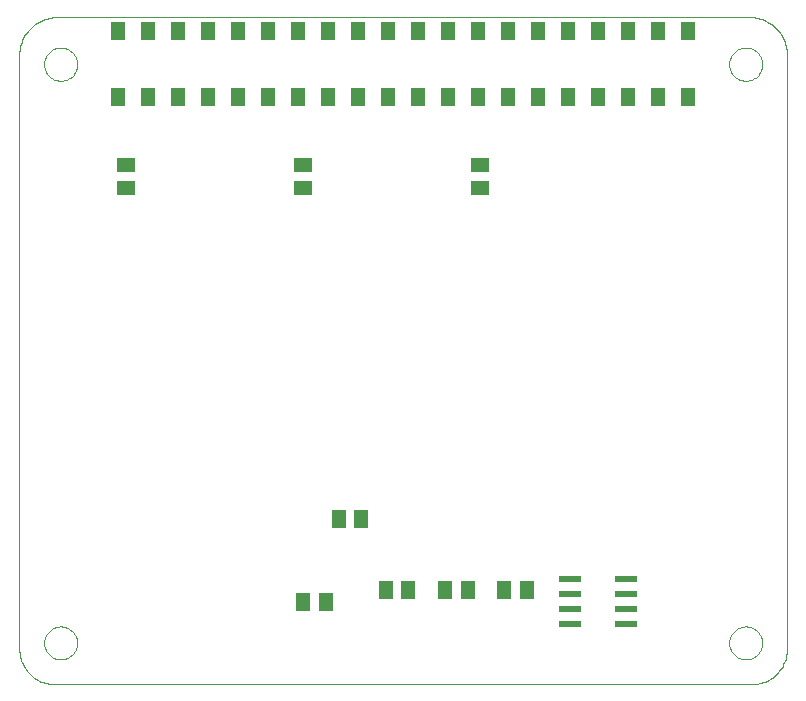
<source format=gbp>
G04 EAGLE Gerber RS-274X export*
G75*
%MOIN*%
%FSLAX34Y34*%
%LPD*%
%INBottom solder paste for stencil*%
%IPPOS*%
%AMOC8*
5,1,8,0,0,1.08239X$1,22.5*%
G01*
%ADD10C,0.000000*%
%ADD11R,0.050000X0.061811*%
%ADD12R,0.059055X0.051181*%
%ADD13R,0.051181X0.059055*%
%ADD14R,0.078000X0.022000*%


D10*
X1181Y0D02*
X24409Y0D01*
X25591Y1181D02*
X25591Y20866D01*
X24409Y22244D02*
X1181Y22244D01*
X0Y20866D02*
X0Y1181D01*
X2Y1115D01*
X7Y1049D01*
X17Y983D01*
X30Y918D01*
X46Y854D01*
X66Y791D01*
X90Y729D01*
X117Y669D01*
X147Y610D01*
X181Y553D01*
X218Y498D01*
X258Y445D01*
X300Y394D01*
X346Y346D01*
X394Y300D01*
X445Y258D01*
X498Y218D01*
X553Y181D01*
X610Y147D01*
X669Y117D01*
X729Y90D01*
X791Y66D01*
X854Y46D01*
X918Y30D01*
X983Y17D01*
X1049Y7D01*
X1115Y2D01*
X1181Y0D01*
X24409Y0D02*
X24475Y2D01*
X24541Y7D01*
X24607Y17D01*
X24672Y30D01*
X24736Y46D01*
X24799Y66D01*
X24861Y90D01*
X24921Y117D01*
X24980Y147D01*
X25037Y181D01*
X25092Y218D01*
X25145Y258D01*
X25196Y300D01*
X25244Y346D01*
X25290Y394D01*
X25332Y445D01*
X25372Y498D01*
X25409Y553D01*
X25443Y610D01*
X25473Y669D01*
X25500Y729D01*
X25524Y791D01*
X25544Y854D01*
X25560Y918D01*
X25573Y983D01*
X25583Y1049D01*
X25588Y1115D01*
X25590Y1181D01*
X25590Y20867D02*
X25594Y20936D01*
X25593Y21005D01*
X25589Y21075D01*
X25581Y21144D01*
X25570Y21212D01*
X25555Y21280D01*
X25536Y21347D01*
X25513Y21413D01*
X25487Y21477D01*
X25458Y21540D01*
X25425Y21601D01*
X25389Y21661D01*
X25350Y21718D01*
X25307Y21773D01*
X25262Y21826D01*
X25214Y21876D01*
X25163Y21924D01*
X25110Y21969D01*
X25055Y22010D01*
X24997Y22049D01*
X24937Y22085D01*
X24876Y22117D01*
X24813Y22146D01*
X24748Y22171D01*
X24682Y22193D01*
X24615Y22211D01*
X24547Y22226D01*
X24479Y22237D01*
X24409Y22244D01*
X1182Y22244D02*
X1112Y22237D01*
X1044Y22226D01*
X976Y22211D01*
X909Y22193D01*
X843Y22171D01*
X778Y22146D01*
X715Y22117D01*
X654Y22085D01*
X594Y22049D01*
X536Y22010D01*
X481Y21969D01*
X428Y21924D01*
X377Y21876D01*
X329Y21826D01*
X284Y21773D01*
X241Y21718D01*
X202Y21661D01*
X166Y21601D01*
X133Y21540D01*
X104Y21477D01*
X78Y21413D01*
X55Y21347D01*
X36Y21280D01*
X21Y21212D01*
X10Y21144D01*
X2Y21075D01*
X-2Y21005D01*
X-3Y20936D01*
X1Y20867D01*
X827Y20669D02*
X829Y20716D01*
X835Y20762D01*
X845Y20808D01*
X858Y20853D01*
X876Y20896D01*
X897Y20938D01*
X921Y20978D01*
X949Y21015D01*
X980Y21050D01*
X1014Y21083D01*
X1050Y21112D01*
X1089Y21138D01*
X1130Y21161D01*
X1173Y21180D01*
X1217Y21196D01*
X1262Y21208D01*
X1308Y21216D01*
X1355Y21220D01*
X1401Y21220D01*
X1448Y21216D01*
X1494Y21208D01*
X1539Y21196D01*
X1583Y21180D01*
X1626Y21161D01*
X1667Y21138D01*
X1706Y21112D01*
X1742Y21083D01*
X1776Y21050D01*
X1807Y21015D01*
X1835Y20978D01*
X1859Y20938D01*
X1880Y20896D01*
X1898Y20853D01*
X1911Y20808D01*
X1921Y20762D01*
X1927Y20716D01*
X1929Y20669D01*
X1927Y20622D01*
X1921Y20576D01*
X1911Y20530D01*
X1898Y20485D01*
X1880Y20442D01*
X1859Y20400D01*
X1835Y20360D01*
X1807Y20323D01*
X1776Y20288D01*
X1742Y20255D01*
X1706Y20226D01*
X1667Y20200D01*
X1626Y20177D01*
X1583Y20158D01*
X1539Y20142D01*
X1494Y20130D01*
X1448Y20122D01*
X1401Y20118D01*
X1355Y20118D01*
X1308Y20122D01*
X1262Y20130D01*
X1217Y20142D01*
X1173Y20158D01*
X1130Y20177D01*
X1089Y20200D01*
X1050Y20226D01*
X1014Y20255D01*
X980Y20288D01*
X949Y20323D01*
X921Y20360D01*
X897Y20400D01*
X876Y20442D01*
X858Y20485D01*
X845Y20530D01*
X835Y20576D01*
X829Y20622D01*
X827Y20669D01*
X23662Y20669D02*
X23664Y20716D01*
X23670Y20762D01*
X23680Y20808D01*
X23693Y20853D01*
X23711Y20896D01*
X23732Y20938D01*
X23756Y20978D01*
X23784Y21015D01*
X23815Y21050D01*
X23849Y21083D01*
X23885Y21112D01*
X23924Y21138D01*
X23965Y21161D01*
X24008Y21180D01*
X24052Y21196D01*
X24097Y21208D01*
X24143Y21216D01*
X24190Y21220D01*
X24236Y21220D01*
X24283Y21216D01*
X24329Y21208D01*
X24374Y21196D01*
X24418Y21180D01*
X24461Y21161D01*
X24502Y21138D01*
X24541Y21112D01*
X24577Y21083D01*
X24611Y21050D01*
X24642Y21015D01*
X24670Y20978D01*
X24694Y20938D01*
X24715Y20896D01*
X24733Y20853D01*
X24746Y20808D01*
X24756Y20762D01*
X24762Y20716D01*
X24764Y20669D01*
X24762Y20622D01*
X24756Y20576D01*
X24746Y20530D01*
X24733Y20485D01*
X24715Y20442D01*
X24694Y20400D01*
X24670Y20360D01*
X24642Y20323D01*
X24611Y20288D01*
X24577Y20255D01*
X24541Y20226D01*
X24502Y20200D01*
X24461Y20177D01*
X24418Y20158D01*
X24374Y20142D01*
X24329Y20130D01*
X24283Y20122D01*
X24236Y20118D01*
X24190Y20118D01*
X24143Y20122D01*
X24097Y20130D01*
X24052Y20142D01*
X24008Y20158D01*
X23965Y20177D01*
X23924Y20200D01*
X23885Y20226D01*
X23849Y20255D01*
X23815Y20288D01*
X23784Y20323D01*
X23756Y20360D01*
X23732Y20400D01*
X23711Y20442D01*
X23693Y20485D01*
X23680Y20530D01*
X23670Y20576D01*
X23664Y20622D01*
X23662Y20669D01*
X827Y1378D02*
X829Y1425D01*
X835Y1471D01*
X845Y1517D01*
X858Y1562D01*
X876Y1605D01*
X897Y1647D01*
X921Y1687D01*
X949Y1724D01*
X980Y1759D01*
X1014Y1792D01*
X1050Y1821D01*
X1089Y1847D01*
X1130Y1870D01*
X1173Y1889D01*
X1217Y1905D01*
X1262Y1917D01*
X1308Y1925D01*
X1355Y1929D01*
X1401Y1929D01*
X1448Y1925D01*
X1494Y1917D01*
X1539Y1905D01*
X1583Y1889D01*
X1626Y1870D01*
X1667Y1847D01*
X1706Y1821D01*
X1742Y1792D01*
X1776Y1759D01*
X1807Y1724D01*
X1835Y1687D01*
X1859Y1647D01*
X1880Y1605D01*
X1898Y1562D01*
X1911Y1517D01*
X1921Y1471D01*
X1927Y1425D01*
X1929Y1378D01*
X1927Y1331D01*
X1921Y1285D01*
X1911Y1239D01*
X1898Y1194D01*
X1880Y1151D01*
X1859Y1109D01*
X1835Y1069D01*
X1807Y1032D01*
X1776Y997D01*
X1742Y964D01*
X1706Y935D01*
X1667Y909D01*
X1626Y886D01*
X1583Y867D01*
X1539Y851D01*
X1494Y839D01*
X1448Y831D01*
X1401Y827D01*
X1355Y827D01*
X1308Y831D01*
X1262Y839D01*
X1217Y851D01*
X1173Y867D01*
X1130Y886D01*
X1089Y909D01*
X1050Y935D01*
X1014Y964D01*
X980Y997D01*
X949Y1032D01*
X921Y1069D01*
X897Y1109D01*
X876Y1151D01*
X858Y1194D01*
X845Y1239D01*
X835Y1285D01*
X829Y1331D01*
X827Y1378D01*
X23662Y1378D02*
X23664Y1425D01*
X23670Y1471D01*
X23680Y1517D01*
X23693Y1562D01*
X23711Y1605D01*
X23732Y1647D01*
X23756Y1687D01*
X23784Y1724D01*
X23815Y1759D01*
X23849Y1792D01*
X23885Y1821D01*
X23924Y1847D01*
X23965Y1870D01*
X24008Y1889D01*
X24052Y1905D01*
X24097Y1917D01*
X24143Y1925D01*
X24190Y1929D01*
X24236Y1929D01*
X24283Y1925D01*
X24329Y1917D01*
X24374Y1905D01*
X24418Y1889D01*
X24461Y1870D01*
X24502Y1847D01*
X24541Y1821D01*
X24577Y1792D01*
X24611Y1759D01*
X24642Y1724D01*
X24670Y1687D01*
X24694Y1647D01*
X24715Y1605D01*
X24733Y1562D01*
X24746Y1517D01*
X24756Y1471D01*
X24762Y1425D01*
X24764Y1378D01*
X24762Y1331D01*
X24756Y1285D01*
X24746Y1239D01*
X24733Y1194D01*
X24715Y1151D01*
X24694Y1109D01*
X24670Y1069D01*
X24642Y1032D01*
X24611Y997D01*
X24577Y964D01*
X24541Y935D01*
X24502Y909D01*
X24461Y886D01*
X24418Y867D01*
X24374Y851D01*
X24329Y839D01*
X24283Y831D01*
X24236Y827D01*
X24190Y827D01*
X24143Y831D01*
X24097Y839D01*
X24052Y851D01*
X24008Y867D01*
X23965Y886D01*
X23924Y909D01*
X23885Y935D01*
X23849Y964D01*
X23815Y997D01*
X23784Y1032D01*
X23756Y1069D01*
X23732Y1109D01*
X23711Y1151D01*
X23693Y1194D01*
X23680Y1239D01*
X23670Y1285D01*
X23664Y1331D01*
X23662Y1378D01*
D11*
X3295Y19563D03*
X3295Y21776D03*
X4295Y19563D03*
X4295Y21776D03*
X5295Y19563D03*
X5295Y21776D03*
X6295Y19563D03*
X6295Y21776D03*
X7295Y19563D03*
X7295Y21776D03*
X8295Y19563D03*
X8295Y21776D03*
X9295Y19563D03*
X9295Y21776D03*
X10295Y19563D03*
X10295Y21776D03*
X11295Y19563D03*
X11295Y21776D03*
X12295Y19563D03*
X12295Y21776D03*
X13295Y19563D03*
X13295Y21776D03*
X14295Y19563D03*
X14295Y21776D03*
X15295Y19563D03*
X15295Y21776D03*
X22295Y21776D03*
X22295Y19563D03*
X21295Y21776D03*
X20295Y21776D03*
X19295Y21776D03*
X18295Y21776D03*
X17295Y21776D03*
X16295Y21776D03*
X21295Y19563D03*
X20295Y19563D03*
X19295Y19563D03*
X18295Y19563D03*
X17295Y19563D03*
X16295Y19563D03*
D12*
X3543Y16555D03*
X3543Y17303D03*
X9449Y16555D03*
X9449Y17303D03*
X15354Y16555D03*
X15354Y17303D03*
D13*
X9469Y2756D03*
X10217Y2756D03*
D14*
X20221Y3506D03*
X20221Y3006D03*
X20221Y2506D03*
X20221Y2006D03*
X18361Y2006D03*
X18361Y2506D03*
X18361Y3006D03*
X18361Y3506D03*
D13*
X12224Y3150D03*
X12972Y3150D03*
X14193Y3150D03*
X14941Y3150D03*
X16909Y3150D03*
X16161Y3150D03*
X11398Y5512D03*
X10650Y5512D03*
M02*

</source>
